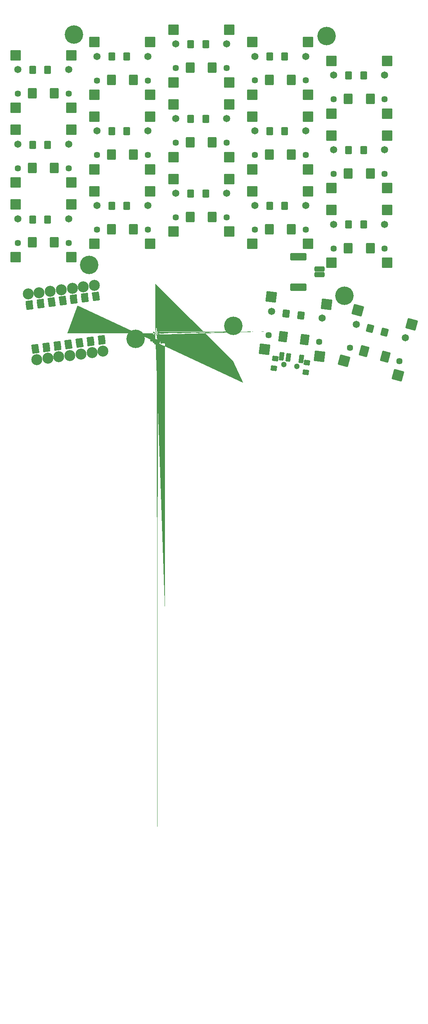
<source format=gbs>
G04 #@! TF.GenerationSoftware,KiCad,Pcbnew,8.0.2-1*
G04 #@! TF.CreationDate,2024-07-14T12:39:06+08:00*
G04 #@! TF.ProjectId,Kretstr_d_v2_PG1316,4b726574-7374-472e-9464-5f76325f5047,rev?*
G04 #@! TF.SameCoordinates,Original*
G04 #@! TF.FileFunction,Soldermask,Bot*
G04 #@! TF.FilePolarity,Negative*
%FSLAX46Y46*%
G04 Gerber Fmt 4.6, Leading zero omitted, Abs format (unit mm)*
G04 Created by KiCad (PCBNEW 8.0.2-1) date 2024-07-14 12:39:06*
%MOMM*%
%LPD*%
G01*
G04 APERTURE LIST*
G04 Aperture macros list*
%AMRoundRect*
0 Rectangle with rounded corners*
0 $1 Rounding radius*
0 $2 $3 $4 $5 $6 $7 $8 $9 X,Y pos of 4 corners*
0 Add a 4 corners polygon primitive as box body*
4,1,4,$2,$3,$4,$5,$6,$7,$8,$9,$2,$3,0*
0 Add four circle primitives for the rounded corners*
1,1,$1+$1,$2,$3*
1,1,$1+$1,$4,$5*
1,1,$1+$1,$6,$7*
1,1,$1+$1,$8,$9*
0 Add four rect primitives between the rounded corners*
20,1,$1+$1,$2,$3,$4,$5,0*
20,1,$1+$1,$4,$5,$6,$7,0*
20,1,$1+$1,$6,$7,$8,$9,0*
20,1,$1+$1,$8,$9,$2,$3,0*%
%AMFreePoly0*
4,1,22,0.686777,0.580194,0.756366,0.524698,0.794986,0.444504,0.800000,0.400000,0.800000,0.200000,0.780194,0.113223,0.741421,0.058579,0.141421,-0.541421,0.066056,-0.588777,-0.022393,-0.598742,-0.106406,-0.569345,-0.141421,-0.541421,-0.741421,0.058579,-0.788777,0.133944,-0.800000,0.200000,-0.800000,0.400000,-0.780193,0.486777,-0.724698,0.556366,-0.644504,0.594986,-0.600000,0.600000,
0.600000,0.600000,0.686777,0.580194,0.686777,0.580194,$1*%
%AMFreePoly1*
4,1,26,0.706406,1.169345,0.769345,1.106406,0.798742,1.022393,0.800000,1.000000,0.800000,-0.250000,0.780194,-0.336777,0.724699,-0.406366,0.644505,-0.444986,0.600000,-0.450000,-0.600000,-0.450000,-0.686777,-0.430194,-0.756366,-0.374698,-0.794986,-0.294504,-0.800000,-0.250000,-0.800000,1.000000,-0.780194,1.086777,-0.724698,1.156366,-0.644504,1.194986,-0.555496,1.194986,-0.475302,1.156366,
-0.458579,1.141421,0.000000,0.682842,0.458579,1.141421,0.533944,1.188778,0.622393,1.198742,0.706406,1.169345,0.706406,1.169345,$1*%
%AMFreePoly2*
4,1,292,0.206777,1.229994,0.276366,1.174498,0.314986,1.094304,0.320000,1.049800,0.320000,0.008200,0.319495,0.005987,0.319495,-1.866709,0.319486,-1.942235,0.319486,-1.942460,0.318928,-2.390763,0.318926,-2.391335,0.317383,-2.767014,0.317377,-2.767939,0.314675,-3.077389,0.314657,-3.078876,0.310622,-3.328489,0.310568,-3.330901,0.305029,-3.527071,0.304875,-3.531095,0.297657,-3.680215,
0.297195,-3.687212,0.288125,-3.795676,0.286622,-3.808584,0.275528,-3.882784,0.269972,-3.908365,0.256680,-3.954695,0.246330,-3.982691,0.240139,-3.996234,0.229057,-4.017117,0.167561,-4.118087,0.157692,-4.132784,0.062026,-4.262462,0.054482,-4.272060,-0.057455,-4.405866,-0.061018,-4.410009,-0.070960,-4.421254,-0.171727,-4.547475,-0.239381,-4.651468,-0.261422,-4.702806,-0.268448,-4.790209,
-0.275185,-4.947662,-0.279770,-5.144579,-0.281450,-5.361536,-0.281447,-5.385011,-0.280528,-5.604860,-0.277007,-5.754079,-0.270393,-5.838887,-0.268290,-5.848462,-0.224488,-5.894056,-0.171049,-5.977321,-0.142171,-6.051967,-0.122143,-6.170287,-0.120852,-6.228231,-0.135594,-6.347346,-0.162124,-6.424914,-0.212996,-6.510565,-0.274338,-6.575059,-0.308050,-6.593056,-0.393200,-6.628524,-0.459529,-6.643620,
-0.582275,-6.650118,-0.631318,-6.646663,-0.750780,-6.623247,-0.819367,-6.595916,-0.898997,-6.545453,-0.952252,-6.496101,-0.953444,-6.494503,-0.980620,-6.444550,-1.025271,-6.324319,-1.037078,-6.237909,-1.034553,-6.207928,-1.095319,-6.245365,-1.119612,-6.251953,-1.263243,-6.281341,-1.334401,-6.282972,-1.441733,-6.266095,-1.524379,-6.233050,-1.535526,-6.224760,-1.625648,-6.152737,-1.674999,-6.094737,
-1.708800,-6.034795,-1.731134,-5.973572,-1.756230,-5.840310,-1.752826,-5.751366,-1.751357,-5.746183,-1.721747,-5.646814,-1.786435,-5.670245,-1.797570,-5.671308,-1.925994,-5.679949,-2.013905,-5.666013,-2.017213,-5.664651,-2.152853,-5.607383,-2.223422,-5.557256,-2.286363,-5.487634,-2.329864,-5.409980,-2.331418,-5.403739,-1.483158,-5.403739,-1.355185,-5.371470,-1.321520,-5.365981,-1.296753,-5.364088,
-1.271925,-5.355039,-1.217781,-5.314195,-1.113600,-5.210504,-0.992406,-5.073003,-0.922095,-4.967193,-0.891918,-4.883182,-0.881171,-4.765871,-0.875626,-4.680694,-0.868608,-4.639640,-0.821297,-4.471082,-0.802138,-4.425469,-0.700510,-4.248647,-0.682044,-4.221835,-0.562810,-4.075770,-0.603069,-4.078811,-0.691091,-4.065597,-0.695126,-4.063965,-0.829973,-4.007718,-0.882942,-3.970058,-0.884544,-4.105830,
-0.885000,-4.117175,-0.898888,-4.319380,-0.902711,-4.346893,-0.935986,-4.504891,-0.949035,-4.545136,-1.009063,-4.679733,-1.028893,-4.714405,-1.123042,-4.846409,-1.137428,-4.864308,-1.273065,-5.014526,-1.276513,-5.018249,-1.287869,-5.030202,-1.395729,-5.154077,-1.436036,-5.218316,-1.445698,-5.259360,-1.451178,-5.311568,-1.471682,-5.381092,-1.483158,-5.403739,-2.331418,-5.403739,-2.333940,-5.393612,
-2.360039,-5.266091,-2.360039,-5.185886,-2.330712,-5.042597,-2.293908,-4.961554,-2.277054,-4.942143,-2.201588,-4.865752,-2.261402,-4.879975,-2.348652,-4.881156,-2.489497,-4.851669,-2.570374,-4.814501,-2.590504,-4.796763,-2.603049,-4.784116,-2.016632,-4.784116,-1.947691,-4.769658,-1.921784,-4.765974,-1.897996,-4.764167,-1.873068,-4.755114,-1.818842,-4.714263,-1.712135,-4.608103,-1.710532,-4.606403,
-1.610735,-4.492471,-1.536348,-4.394539,-1.509620,-4.348678,-1.496774,-4.253933,-1.486629,-4.104764,-1.484943,-4.030087,-1.521728,-4.066661,-1.663872,-4.210425,-1.771561,-4.327147,-1.827485,-4.398952,-1.841739,-4.426218,-1.846868,-4.455718,-1.849044,-4.466476,-1.880833,-4.604089,-1.919662,-4.684181,-1.933210,-4.699418,-2.016632,-4.784116,-2.603049,-4.784116,-2.677271,-4.709294,-2.724322,-4.633739,
-2.731172,-4.608776,-2.760623,-4.465732,-2.760769,-4.385781,-2.732270,-4.244767,-2.695666,-4.163633,-2.680108,-4.145462,-2.594432,-4.056733,-2.519907,-4.008065,-2.492843,-4.000178,-2.352971,-3.969921,-2.326052,-3.966765,-2.302641,-3.962426,-2.276550,-3.949146,-2.210815,-3.898611,-2.101881,-3.798678,-1.944546,-3.643569,-1.907849,-3.606777,-1.998584,-3.608265,-2.086361,-3.615506,-2.113472,-3.640814,
-2.190420,-3.685551,-2.195993,-3.687200,-2.285285,-3.712217,-2.328694,-3.719355,-2.443408,-3.725413,-2.478949,-3.724123,-2.588384,-3.710339,-2.648428,-3.692928,-2.721883,-3.658421,-2.792004,-3.603597,-2.794591,-3.600348,-2.808469,-3.582542,-2.842246,-3.517205,-2.871896,-3.418636,-2.880342,-3.357508,-2.878149,-3.232815,-2.869435,-3.177839,-2.834704,-3.064278,-2.812088,-3.015249,-2.804020,-3.002595,
-2.744226,-2.942329,-2.663376,-2.889881,-2.579901,-2.859285,-2.464107,-2.844477,-2.401736,-2.846314,-2.281469,-2.868955,-2.211215,-2.896693,-2.116941,-2.956591,-2.095419,-2.974395,-2.075454,-2.989291,-2.056638,-2.994994,-2.046805,-2.995889,-2.070491,-2.960773,-2.070904,-2.959695,-2.108494,-2.860796,-2.121279,-2.800020,-2.127521,-2.678750,-2.122913,-2.624593,-2.097809,-2.512950,-2.059448,-2.432632,
-2.058380,-2.431296,-2.001929,-2.361278,-1.932045,-2.306154,-1.911531,-2.297769,-1.812031,-2.263398,-1.738834,-2.252593,-1.594647,-2.258290,-1.508720,-2.281507,-1.504448,-2.283843,-1.384933,-2.351109,-1.358738,-2.368710,-1.337152,-2.385832,-1.317487,-2.393167,-1.240752,-2.402224,-1.085472,-2.405350,-1.078233,-2.405170,-1.107077,-2.378573,-1.139850,-2.295818,-1.141775,-2.278081,-1.154236,-2.081951,
-1.154606,-2.072859,-1.156502,-1.967207,-1.150610,-1.915302,-1.126324,-1.817749,-1.086141,-1.738328,-1.046755,-1.702089,-0.979056,-1.654814,-0.896569,-1.621370,-0.885058,-1.619844,-0.761116,-1.607067,-0.757791,-1.606753,-0.746558,-1.605784,-0.717431,-1.594755,-0.653273,-1.547006,-0.535915,-1.433820,-0.518656,-1.415993,-0.412858,-1.301079,-0.333107,-1.206106,-0.309939,-1.172922,-0.306469,-1.159605,
-0.293711,-1.047354,-0.284312,-0.875422,-0.280824,-0.666619,-0.282712,0.034061,-0.280000,0.046092,-0.280000,1.049800,-0.260194,1.136577,-0.204698,1.206166,-0.124504,1.244786,-0.080000,1.249800,0.120000,1.249800,0.206777,1.229994,0.206777,1.229994,$1*%
%AMFreePoly3*
4,1,332,0.216903,1.226394,0.286492,1.170898,0.325112,1.090704,0.330126,1.046200,0.330126,0.053880,0.332333,0.034041,0.330446,-0.641485,0.333256,-0.817119,0.341852,-0.991008,0.354077,-1.119624,0.362643,-1.162576,0.397195,-1.217294,0.480043,-1.321262,0.585725,-1.436349,0.661974,-1.511306,0.745305,-1.581782,0.780351,-1.600628,0.816226,-1.606236,0.855709,-1.608367,0.916305,-1.621245,
1.018029,-1.660105,1.092024,-1.709574,1.121528,-1.749879,1.172534,-1.841779,1.197328,-1.927265,1.197479,-1.930252,1.204078,-2.083860,1.203745,-2.106820,1.191281,-2.279776,1.165288,-2.364904,1.129225,-2.403994,1.173666,-2.405391,1.223573,-2.405255,1.373671,-2.401394,1.448171,-2.392642,1.465323,-2.386622,1.490349,-2.367250,1.499144,-2.360816,1.558427,-2.319886,1.616268,-2.292409,
1.736039,-2.257617,1.795103,-2.249705,1.918049,-2.251717,1.998400,-2.270011,2.089018,-2.311721,2.159564,-2.365996,2.168233,-2.377282,2.179017,-2.392405,2.207229,-2.449366,2.233861,-2.535376,2.241991,-2.576456,2.252651,-2.693916,2.253382,-2.717931,2.251655,-2.776071,2.247065,-2.813135,2.225093,-2.912935,2.195461,-2.975695,2.212494,-2.958198,2.289490,-2.904783,2.362073,-2.873447,
2.477989,-2.848910,2.531369,-2.844932,2.650838,-2.852090,2.724742,-2.871102,2.812396,-2.912770,2.882265,-2.967914,2.907895,-3.009099,2.941835,-3.082118,2.959271,-3.144555,2.971968,-3.260006,2.972232,-3.301190,2.960919,-3.417757,2.944419,-3.480107,2.909095,-3.559070,2.855580,-3.630194,2.824642,-3.651681,2.776780,-3.678625,2.716103,-3.700809,2.613675,-3.720326,2.575255,-3.723859,
2.458923,-3.723286,2.420925,-3.719452,2.321391,-3.699672,2.242209,-3.664868,2.226678,-3.653495,2.249568,-3.708190,2.262483,-3.753325,2.275714,-3.834758,2.276340,-3.894786,2.255370,-4.043353,2.251016,-4.059843,2.261336,-4.057503,2.405029,-4.053550,2.423479,-4.053894,2.607272,-4.065820,2.692585,-4.091203,2.758435,-4.151089,2.791780,-4.233615,2.793805,-4.251024,2.806269,-4.423981,
2.806736,-4.433904,2.808688,-4.521554,2.803411,-4.571859,2.775606,-4.689911,2.736433,-4.769835,2.707599,-4.798835,2.630832,-4.861660,2.551134,-4.901291,2.531391,-4.905022,2.396634,-4.923538,2.367519,-4.925391,2.352493,-4.925249,2.321484,-4.922534,2.294546,-4.918041,2.345556,-4.977430,2.387072,-5.056163,2.391784,-5.079151,2.411668,-5.216808,2.413676,-5.249681,2.412978,-5.282286,
2.408266,-5.321372,2.380906,-5.444549,2.342754,-5.524966,2.315925,-5.552945,2.240017,-5.618098,2.161269,-5.659587,2.137440,-5.664410,2.001028,-5.683476,1.971455,-5.685392,1.956951,-5.685255,1.923948,-5.682197,1.791737,-5.658772,1.709746,-5.624130,1.687090,-5.605118,1.615161,-5.535067,1.566814,-5.460335,1.557616,-5.425814,1.535881,-5.299923,1.533998,-5.280958,1.533090,-5.277310,
1.533100,-5.278989,1.537975,-5.407923,1.546049,-5.464506,1.546949,-5.466699,1.560605,-5.481756,1.576426,-5.501596,1.634693,-5.585018,1.668145,-5.667501,1.668563,-5.670193,1.688071,-5.801698,1.682547,-5.885969,1.643425,-6.022953,1.600550,-6.100955,1.596826,-6.105026,1.561415,-6.142690,1.487545,-6.192345,1.486564,-6.192720,1.387509,-6.230250,1.326898,-6.242961,1.205437,-6.249194,
1.151442,-6.244614,1.082920,-6.229254,1.081676,-6.301771,1.060958,-6.387044,1.004589,-6.500955,0.948350,-6.569945,0.933901,-6.580220,0.857650,-6.629504,0.787543,-6.657803,0.665751,-6.681668,0.584915,-6.680859,0.473708,-6.656748,0.415993,-6.629724,0.400586,-6.658754,0.394933,-6.665026,0.359522,-6.702690,0.285652,-6.752345,0.284671,-6.752720,0.185616,-6.790250,0.125005,-6.802961,
0.003544,-6.809194,-0.050452,-6.804614,-0.162271,-6.779549,-0.242614,-6.741242,-0.243814,-6.740285,-0.268198,-6.720687,-0.315294,-6.752345,-0.316275,-6.752720,-0.415330,-6.790250,-0.475941,-6.802961,-0.597402,-6.809194,-0.651397,-6.804614,-0.763217,-6.779549,-0.843561,-6.741242,-0.844763,-6.740284,-0.914891,-6.683922,-0.970122,-6.614122,-0.978575,-6.593515,-1.013000,-6.494172,-1.023868,-6.420766,
-1.018162,-6.276806,-0.994935,-6.190882,-0.992477,-6.186396,-0.925104,-6.067069,-0.903724,-6.036331,-0.891370,-6.021707,-0.890072,-6.018941,-0.882527,-5.981614,-0.875398,-5.887738,-0.871719,-5.731182,-0.870818,-5.503325,-0.870817,-5.503105,-0.869927,-5.326988,-0.869827,-5.321581,-0.862543,-5.094702,-0.861499,-5.079727,-0.853873,-5.008841,-0.260880,-5.008841,-0.250757,-5.118082,-0.182664,-5.265028,
-0.032771,-5.461496,0.009168,-5.510153,0.014500,-5.516608,0.119025,-5.648672,0.127203,-5.659770,0.205250,-5.773710,0.219630,-5.798292,0.256978,-5.874043,0.259707,-5.879806,0.280044,-5.924601,0.283266,-5.919104,0.302558,-5.891727,0.305210,-5.888563,0.317208,-5.858522,0.310754,-5.815815,0.250423,-5.704381,0.110971,-5.530276,0.036442,-5.444592,0.027944,-5.434129,-0.099383,-5.266107,
-0.111658,-5.246753,0.652054,-5.246753,0.732842,-5.349046,0.752387,-5.378939,0.849802,-5.561723,0.882643,-5.509562,0.905761,-5.479570,0.917107,-5.467427,0.924826,-5.420679,0.930495,-5.304719,0.931637,-5.162069,0.886595,-5.192346,0.885617,-5.192720,0.786563,-5.230250,0.725952,-5.242961,0.652054,-5.246753,-0.111658,-5.246753,-0.117198,-5.238019,-0.195936,-5.087503,-0.212368,-5.044802,
-0.239091,-4.941314,-0.260880,-5.008841,-0.853873,-5.008841,-0.842699,-4.904973,-0.837775,-4.877464,-0.810044,-4.767492,1.929028,-4.767492,1.940400,-4.777363,1.980579,-4.800138,2.016790,-4.806377,2.048565,-4.809884,2.049055,-4.809987,2.034161,-4.797214,2.013963,-4.774565,2.013402,-4.774389,1.934562,-4.767567,1.929028,-4.767492,-0.810044,-4.767492,-0.802541,-4.737737,-0.789993,-4.702371,
-0.733407,-4.580574,-0.717030,-4.551821,-0.634173,-4.430855,-0.622986,-4.416047,-0.508940,-4.278815,-0.506152,-4.275532,-0.504541,-4.273676,-0.406101,-4.155775,-0.327937,-4.054618,-0.302887,-4.017163,-0.302099,-4.013563,-0.294032,-3.925579,-0.286464,-3.770786,-0.280305,-3.552503,-0.275623,-3.268476,-0.272373,-2.915349,-0.271993,-2.829728,0.332029,-2.829728,0.339270,-2.984437,0.352076,-3.112266,
0.360925,-3.154360,0.378419,-3.181798,0.458433,-3.279847,0.578494,-3.414759,0.722334,-3.568542,0.876663,-3.727341,1.028514,-3.877808,1.164669,-4.006494,1.268831,-4.097556,1.310593,-4.127530,1.364956,-4.143570,1.451145,-4.154832,1.444522,-4.147382,1.401669,-4.069368,1.396370,-4.045227,1.377901,-3.926443,1.353356,-3.888438,1.272875,-3.790852,1.139773,-3.645237,0.953129,-3.451557,
0.710038,-3.206705,0.332029,-2.829728,-0.271993,-2.829728,-0.270485,-2.489954,-0.269874,-1.987786,-0.269874,1.046200,-0.250068,1.132977,-0.194572,1.202566,-0.114378,1.241186,-0.069874,1.246200,0.130126,1.246200,0.216903,1.226394,0.216903,1.226394,$1*%
G04 Aperture macros list end*
%ADD10C,0.100000*%
%ADD11RoundRect,0.200000X-1.000000X-1.000000X1.000000X-1.000000X1.000000X1.000000X-1.000000X1.000000X0*%
%ADD12C,1.650000*%
%ADD13C,1.450000*%
%ADD14RoundRect,0.200000X-0.775000X-1.000000X0.775000X-1.000000X0.775000X1.000000X-0.775000X1.000000X0*%
%ADD15C,4.200000*%
%ADD16C,1.300000*%
%ADD17C,2.500000*%
%ADD18FreePoly0,187.500000*%
%ADD19FreePoly0,7.500000*%
%ADD20FreePoly1,187.500000*%
%ADD21FreePoly1,7.500000*%
%ADD22RoundRect,0.200000X-1.224745X-0.707107X0.707107X-1.224745X1.224745X0.707107X-0.707107X1.224745X0*%
%ADD23RoundRect,0.200000X-1.007412X-0.765341X0.489773X-1.166511X1.007412X0.765341X-0.489773X1.166511X0*%
%ADD24RoundRect,0.200000X-1.121971X-0.860919X0.860919X-1.121971X1.121971X0.860919X-0.860919X1.121971X0*%
%ADD25RoundRect,0.200000X-0.898896X-0.890287X0.637844X-1.092603X0.898896X0.890287X-0.637844X1.092603X0*%
%ADD26RoundRect,0.200000X-0.600000X-0.700000X0.600000X-0.700000X0.600000X0.700000X-0.600000X0.700000X0*%
%ADD27FreePoly2,180.000000*%
%ADD28RoundRect,0.229000X-0.606000X-0.057250X0.606000X-0.057250X0.606000X0.057250X-0.606000X0.057250X0*%
%ADD29RoundRect,0.229000X-1.171000X-0.057250X1.171000X-0.057250X1.171000X0.057250X-1.171000X0.057250X0*%
%ADD30RoundRect,0.229000X-0.208500X-0.057250X0.208500X-0.057250X0.208500X0.057250X-0.208500X0.057250X0*%
%ADD31FreePoly3,180.000000*%
%ADD32RoundRect,0.200000X0.547933X0.331315X-0.443512X0.461841X-0.547933X-0.331315X0.443512X-0.461841X0*%
%ADD33RoundRect,0.200000X0.444900X0.697899X-0.249111X0.789268X-0.444900X-0.697899X0.249111X-0.789268X0*%
%ADD34RoundRect,0.300000X0.850000X-0.300000X0.850000X0.300000X-0.850000X0.300000X-0.850000X-0.300000X0*%
%ADD35RoundRect,0.326924X1.548076X-0.523076X1.548076X0.523076X-1.548076X0.523076X-1.548076X-0.523076X0*%
%ADD36RoundRect,0.200000X0.686235X0.615696X-0.503499X0.772327X-0.686235X-0.615696X0.503499X-0.772327X0*%
%ADD37RoundRect,0.200000X-0.760729X-0.520857X0.398382X-0.831440X0.760729X0.520857X-0.398382X0.831440X0*%
G04 APERTURE END LIST*
D10*
X87756130Y-115406955D02*
X86748822Y-115539569D01*
X86616207Y-114532261D01*
X87623515Y-114399647D01*
X87756130Y-115406955D01*
G36*
X87756130Y-115406955D02*
G01*
X86748822Y-115539569D01*
X86616207Y-114532261D01*
X87623515Y-114399647D01*
X87756130Y-115406955D01*
G37*
X89110887Y-125697359D02*
X88103579Y-125829974D01*
X87970965Y-124822666D01*
X88978273Y-124690051D01*
X89110887Y-125697359D01*
G36*
X89110887Y-125697359D02*
G01*
X88103579Y-125829974D01*
X87970965Y-124822666D01*
X88978273Y-124690051D01*
X89110887Y-125697359D01*
G37*
X90274400Y-115075418D02*
X89267092Y-115208033D01*
X89134477Y-114200725D01*
X90141785Y-114068110D01*
X90274400Y-115075418D01*
G36*
X90274400Y-115075418D02*
G01*
X89267092Y-115208033D01*
X89134477Y-114200725D01*
X90141785Y-114068110D01*
X90274400Y-115075418D01*
G37*
X91629157Y-125365823D02*
X90621849Y-125498437D01*
X90489235Y-124491129D01*
X91496543Y-124358515D01*
X91629157Y-125365823D01*
G36*
X91629157Y-125365823D02*
G01*
X90621849Y-125498437D01*
X90489235Y-124491129D01*
X91496543Y-124358515D01*
X91629157Y-125365823D01*
G37*
X92792670Y-114743882D02*
X91785362Y-114876496D01*
X91652747Y-113869188D01*
X92660055Y-113736574D01*
X92792670Y-114743882D01*
G36*
X92792670Y-114743882D02*
G01*
X91785362Y-114876496D01*
X91652747Y-113869188D01*
X92660055Y-113736574D01*
X92792670Y-114743882D01*
G37*
X94147427Y-125034286D02*
X93140119Y-125166901D01*
X93007505Y-124159593D01*
X94014813Y-124026978D01*
X94147427Y-125034286D01*
G36*
X94147427Y-125034286D02*
G01*
X93140119Y-125166901D01*
X93007505Y-124159593D01*
X94014813Y-124026978D01*
X94147427Y-125034286D01*
G37*
X95310940Y-114412345D02*
X94303632Y-114544960D01*
X94171017Y-113537652D01*
X95178325Y-113405037D01*
X95310940Y-114412345D01*
G36*
X95310940Y-114412345D02*
G01*
X94303632Y-114544960D01*
X94171017Y-113537652D01*
X95178325Y-113405037D01*
X95310940Y-114412345D01*
G37*
X96665697Y-124702750D02*
X95658389Y-124835364D01*
X95525775Y-123828056D01*
X96533083Y-123695442D01*
X96665697Y-124702750D01*
G36*
X96665697Y-124702750D02*
G01*
X95658389Y-124835364D01*
X95525775Y-123828056D01*
X96533083Y-123695442D01*
X96665697Y-124702750D01*
G37*
X97829210Y-114080809D02*
X96821902Y-114213423D01*
X96689287Y-113206115D01*
X97696595Y-113073501D01*
X97829210Y-114080809D01*
G36*
X97829210Y-114080809D02*
G01*
X96821902Y-114213423D01*
X96689287Y-113206115D01*
X97696595Y-113073501D01*
X97829210Y-114080809D01*
G37*
X99183967Y-124371213D02*
X98176659Y-124503828D01*
X98044045Y-123496520D01*
X99051353Y-123363905D01*
X99183967Y-124371213D01*
G36*
X99183967Y-124371213D02*
G01*
X98176659Y-124503828D01*
X98044045Y-123496520D01*
X99051353Y-123363905D01*
X99183967Y-124371213D01*
G37*
X100347480Y-113749272D02*
X99340172Y-113881887D01*
X99207557Y-112874579D01*
X100214865Y-112741964D01*
X100347480Y-113749272D01*
G36*
X100347480Y-113749272D02*
G01*
X99340172Y-113881887D01*
X99207557Y-112874579D01*
X100214865Y-112741964D01*
X100347480Y-113749272D01*
G37*
X101702237Y-124039677D02*
X100694929Y-124172291D01*
X100562315Y-123164983D01*
X101569621Y-123032369D01*
X101702237Y-124039677D01*
G36*
X101702237Y-124039677D02*
G01*
X100694929Y-124172291D01*
X100562315Y-123164983D01*
X101569621Y-123032369D01*
X101702237Y-124039677D01*
G37*
X102865750Y-113417736D02*
X101858442Y-113550350D01*
X101725827Y-112543042D01*
X102733135Y-112410428D01*
X102865750Y-113417736D01*
G36*
X102865750Y-113417736D02*
G01*
X101858442Y-113550350D01*
X101725827Y-112543042D01*
X102733135Y-112410428D01*
X102865750Y-113417736D01*
G37*
X104220507Y-123708140D02*
X103213199Y-123840755D01*
X103080584Y-122833447D01*
X104087892Y-122700832D01*
X104220507Y-123708140D01*
G36*
X104220507Y-123708140D02*
G01*
X103213199Y-123840755D01*
X103080584Y-122833447D01*
X104087892Y-122700832D01*
X104220507Y-123708140D01*
G37*
D11*
X101996339Y-89208630D03*
X101996390Y-101208630D03*
D12*
X102546390Y-92458681D03*
D13*
X102546390Y-97958681D03*
D12*
X114146390Y-92458681D03*
D13*
X114146390Y-97958681D03*
D11*
X114696339Y-89208630D03*
X114696390Y-101208630D03*
D14*
X105846390Y-97858681D03*
X110846390Y-97858681D03*
D15*
X100822190Y-105995881D03*
D11*
X119996139Y-69408630D03*
X119996190Y-81408630D03*
D12*
X120546190Y-72658681D03*
D13*
X120546190Y-78158681D03*
D12*
X132146190Y-72658681D03*
D13*
X132146190Y-78158681D03*
D11*
X132696139Y-69408630D03*
X132696190Y-81408630D03*
D14*
X123846190Y-78058681D03*
X128846190Y-78058681D03*
D11*
X101996339Y-72208630D03*
X101996390Y-84208630D03*
D12*
X102546390Y-75458681D03*
D13*
X102546390Y-80958681D03*
D12*
X114146390Y-75458681D03*
D13*
X114146390Y-80958681D03*
D11*
X114696339Y-72208630D03*
X114696390Y-84208630D03*
D14*
X105846390Y-80858681D03*
X110846390Y-80858681D03*
D11*
X119996139Y-86408630D03*
X119996190Y-98408630D03*
D12*
X120546190Y-89658681D03*
D13*
X120546190Y-95158681D03*
D12*
X132146190Y-89658681D03*
D13*
X132146190Y-95158681D03*
D11*
X132696139Y-86408630D03*
X132696190Y-98408630D03*
D14*
X123846190Y-95058681D03*
X128846190Y-95058681D03*
D16*
X145164349Y-128682469D03*
X148138683Y-129074047D03*
D11*
X101996339Y-55208630D03*
X101996390Y-67208630D03*
D12*
X102546390Y-58458681D03*
D13*
X102546390Y-63958681D03*
D12*
X114146390Y-58458681D03*
D13*
X114146390Y-63958681D03*
D11*
X114696339Y-55208630D03*
X114696390Y-67208630D03*
D14*
X105846390Y-63858681D03*
X110846390Y-63858681D03*
D11*
X83996539Y-92208430D03*
X83996590Y-104208430D03*
D12*
X84546590Y-95458481D03*
D13*
X84546590Y-100958481D03*
D12*
X96146590Y-95458481D03*
D13*
X96146590Y-100958481D03*
D11*
X96696539Y-92208430D03*
X96696590Y-104208430D03*
D14*
X87846590Y-100858481D03*
X92846590Y-100858481D03*
D11*
X137995939Y-55208430D03*
X137995990Y-67208430D03*
D12*
X138545990Y-58458481D03*
D13*
X138545990Y-63958481D03*
D12*
X150145990Y-58458481D03*
D13*
X150145990Y-63958481D03*
D11*
X150695939Y-55208430D03*
X150695990Y-67208430D03*
D14*
X141845990Y-63858481D03*
X146845990Y-63858481D03*
D15*
X158937390Y-113057081D03*
D11*
X119996139Y-52408630D03*
X119996190Y-64408630D03*
D12*
X120546190Y-55658681D03*
D13*
X120546190Y-61158681D03*
D12*
X132146190Y-55658681D03*
D13*
X132146190Y-61158681D03*
D11*
X132696139Y-52408630D03*
X132696190Y-64408630D03*
D14*
X123846190Y-61058681D03*
X128846190Y-61058681D03*
D11*
X137995939Y-89208630D03*
X137995990Y-101208630D03*
D12*
X138545990Y-92458681D03*
D13*
X138545990Y-97958681D03*
D12*
X150145990Y-92458681D03*
D13*
X150145990Y-97958681D03*
D11*
X150695939Y-89208630D03*
X150695990Y-101208630D03*
D14*
X141845990Y-97858681D03*
X146845990Y-97858681D03*
D11*
X137995939Y-72208630D03*
X137995990Y-84208630D03*
D12*
X138545990Y-75458681D03*
D13*
X138545990Y-80958681D03*
D12*
X150145990Y-75458681D03*
D13*
X150145990Y-80958681D03*
D11*
X150695939Y-72208630D03*
X150695990Y-84208630D03*
D14*
X141845990Y-80858681D03*
X146845990Y-80858681D03*
D17*
X88850169Y-127608944D03*
X91368439Y-127277407D03*
X93886709Y-126945871D03*
X96404979Y-126614334D03*
X98923249Y-126282798D03*
X101441518Y-125951261D03*
X103959788Y-125619725D03*
D18*
X98647160Y-124185697D03*
X88574080Y-125511840D03*
X91092350Y-125180303D03*
X93610620Y-124848767D03*
X96128890Y-124517230D03*
X101165429Y-123854157D03*
X103683699Y-123522617D03*
D19*
X99744365Y-113060099D03*
X87153015Y-114717781D03*
X89671285Y-114386245D03*
X92189555Y-114054708D03*
X94707825Y-113723172D03*
X97226095Y-113391635D03*
X102262635Y-112728562D03*
D17*
X96951964Y-111309404D03*
X86878884Y-112635549D03*
X89397154Y-112304012D03*
X91915424Y-111972476D03*
X94433694Y-111640939D03*
X99470234Y-110977866D03*
X101988507Y-110646329D03*
D20*
X88441465Y-124504532D03*
X90959735Y-124172995D03*
X93478005Y-123841459D03*
X95996275Y-123509922D03*
X98514545Y-123178386D03*
X101032815Y-122846849D03*
X103551085Y-122515312D03*
D21*
X102395249Y-113735870D03*
X99876979Y-114067405D03*
X97358709Y-114398943D03*
X94840439Y-114730480D03*
X92322169Y-115062016D03*
X89803900Y-115393553D03*
X87285630Y-115725089D03*
D15*
X97332800Y-53543200D03*
D11*
X83996539Y-75208430D03*
X83996590Y-87208430D03*
D12*
X84546590Y-78458481D03*
D13*
X84546590Y-83958481D03*
D12*
X96146590Y-78458481D03*
D13*
X96146590Y-83958481D03*
D11*
X96696539Y-75208430D03*
X96696590Y-87208430D03*
D14*
X87846590Y-83858481D03*
X92846590Y-83858481D03*
D11*
X83996539Y-58208630D03*
X83996590Y-70208630D03*
D12*
X84546590Y-61458681D03*
D13*
X84546590Y-66958681D03*
D12*
X96146590Y-61458681D03*
D13*
X96146590Y-66958681D03*
D11*
X96696539Y-58208630D03*
X96696590Y-70208630D03*
D14*
X87846590Y-66858681D03*
X92846590Y-66858681D03*
D11*
X155995739Y-93498230D03*
X155995790Y-105498230D03*
D12*
X156545790Y-96748281D03*
D13*
X156545790Y-102248281D03*
D12*
X168145790Y-96748281D03*
D13*
X168145790Y-102248281D03*
D11*
X168695739Y-93498230D03*
X168695790Y-105498230D03*
D14*
X159845790Y-102148281D03*
X164845790Y-102148281D03*
D15*
X154894000Y-53848000D03*
D22*
X161988223Y-116285949D03*
X158882444Y-127877072D03*
D13*
X160254852Y-124880213D03*
D12*
X161678358Y-119567621D03*
D13*
X171459590Y-127882513D03*
D12*
X172883096Y-122569921D03*
D22*
X174255481Y-119572951D03*
X171149702Y-131164074D03*
D23*
X163468289Y-125637723D03*
X168297918Y-126931818D03*
D15*
X133604000Y-119888000D03*
D24*
X142281171Y-113287729D03*
X140714908Y-125185074D03*
D12*
X142402300Y-116581772D03*
D13*
X141684406Y-122034718D03*
D12*
X153903060Y-118095876D03*
D13*
X153185166Y-123548822D03*
D24*
X154872521Y-114945412D03*
X153306257Y-126842757D03*
D25*
X144969226Y-122366310D03*
X149926451Y-123018941D03*
D15*
X111363786Y-122815980D03*
D11*
X155995739Y-59498230D03*
X155995790Y-71498230D03*
D12*
X156545790Y-62748281D03*
D13*
X156545790Y-68248281D03*
D12*
X168145790Y-62748281D03*
D13*
X168145790Y-68248281D03*
D11*
X168695739Y-59498230D03*
X168695790Y-71498230D03*
D14*
X159845790Y-68148281D03*
X164845790Y-68148281D03*
D11*
X155995739Y-76498230D03*
X155995790Y-88498230D03*
D12*
X156545790Y-79748281D03*
D13*
X156545790Y-85248281D03*
D12*
X168145790Y-79748281D03*
D13*
X168145790Y-85248281D03*
D11*
X168695739Y-76498230D03*
X168695790Y-88498230D03*
D14*
X159845790Y-85148281D03*
X164845790Y-85148281D03*
D26*
X105952990Y-92508281D03*
X109352990Y-92508281D03*
X159925990Y-79798281D03*
X163325990Y-79798281D03*
X159925990Y-96742281D03*
X163325990Y-96742281D03*
X123943590Y-55709081D03*
X127343590Y-55709081D03*
X141930790Y-75508281D03*
X145330790Y-75508281D03*
X87934190Y-78665481D03*
X91334190Y-78665481D03*
D27*
X116419397Y-121589800D03*
D28*
X116078000Y-123561277D03*
D29*
X116078000Y-123190000D03*
D30*
X116072603Y-123901200D03*
D31*
X115829397Y-121589800D03*
D32*
X150126711Y-130445267D03*
X150415174Y-128254174D03*
D16*
X148138683Y-129074047D03*
X145164349Y-128682469D03*
D32*
X143177627Y-127301333D03*
X142889163Y-129492426D03*
D33*
X149111993Y-127426999D03*
X146137659Y-127035420D03*
X144650491Y-126839631D03*
D26*
X123943590Y-72708281D03*
X127343590Y-72708281D03*
X141930790Y-58508081D03*
X145330790Y-58508081D03*
X123943590Y-89708281D03*
X127343590Y-89708281D03*
X141930790Y-92508281D03*
X145330790Y-92508281D03*
D34*
X153309390Y-108195681D03*
X153309390Y-106945681D03*
D35*
X148434390Y-111045681D03*
X148434390Y-104095681D03*
D36*
X149049502Y-117539473D03*
X145678590Y-117095681D03*
D26*
X105952990Y-75508281D03*
X109352990Y-75508281D03*
X87934190Y-95632681D03*
X91334190Y-95632681D03*
X87934190Y-61509081D03*
X91334190Y-61509081D03*
X105952990Y-58509081D03*
X109352990Y-58509081D03*
D37*
X164830190Y-120448481D03*
X168114338Y-121328465D03*
D26*
X159925990Y-62798281D03*
X163325990Y-62798281D03*
M02*

</source>
